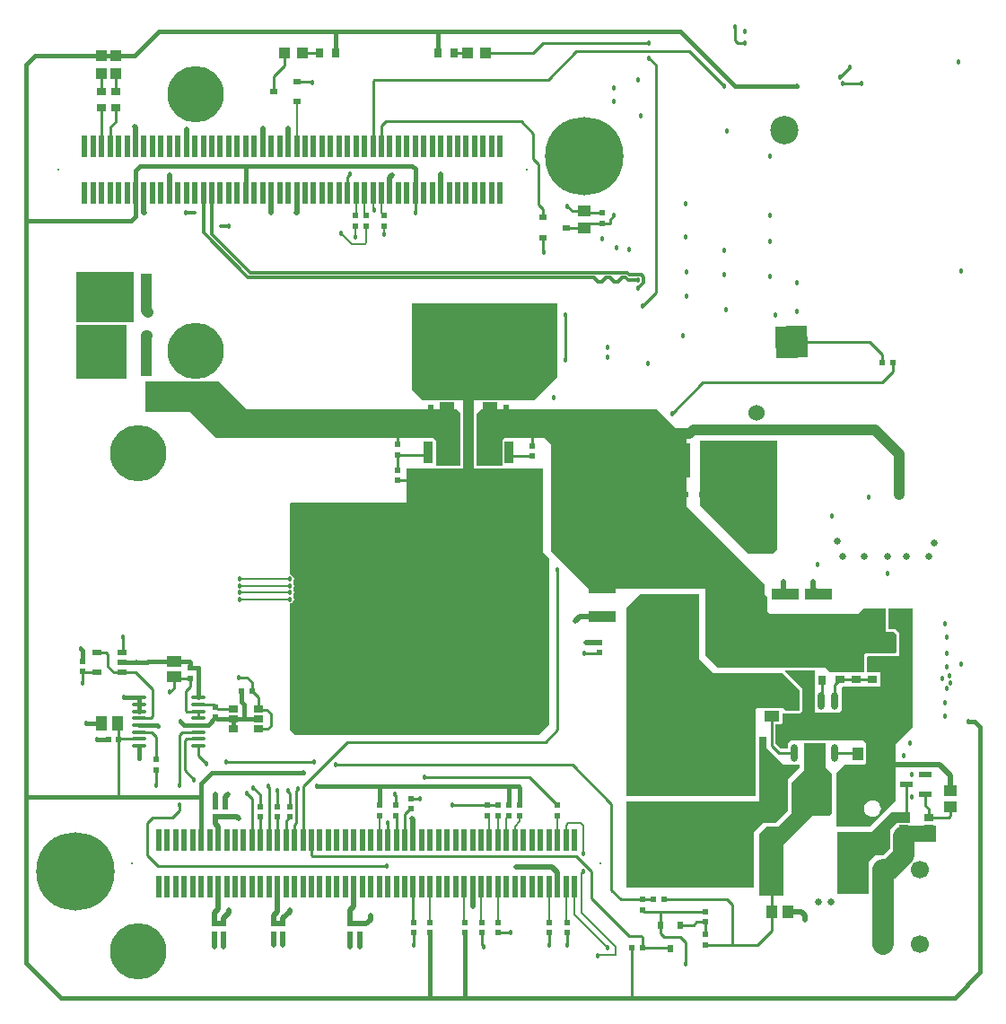
<source format=gtl>
G04 Layer_Physical_Order=1*
G04 Layer_Color=255*
%FSLAX25Y25*%
%MOIN*%
G70*
G01*
G75*
%ADD10R,0.01968X0.02362*%
%ADD11R,0.03543X0.02362*%
%ADD12R,0.02362X0.02362*%
%ADD13R,0.02362X0.02362*%
%ADD14R,0.02362X0.01968*%
%ADD15R,0.03543X0.02559*%
%ADD16R,0.04331X0.05512*%
%ADD17R,0.05512X0.04331*%
%ADD18O,0.05512X0.01378*%
%ADD19R,0.04331X0.10236*%
%ADD20R,0.07874X0.03347*%
%ADD21R,0.03543X0.02756*%
%ADD22R,0.03937X0.04331*%
%ADD23R,0.02953X0.02362*%
%ADD24R,0.04331X0.03937*%
%ADD25R,0.02756X0.03543*%
%ADD26R,0.05118X0.03937*%
%ADD27R,0.01417X0.00984*%
%ADD28R,0.04724X0.02362*%
%ADD29R,0.05118X0.22047*%
%ADD30R,0.03937X0.05118*%
%ADD31R,0.09016X0.09016*%
%ADD32O,0.02362X0.06693*%
%ADD33R,0.06300X0.16900*%
%ADD34R,0.43600X0.36600*%
%ADD35R,0.07087X0.14173*%
%ADD36R,0.03150X0.03543*%
%ADD37R,0.03543X0.03150*%
%ADD38R,0.10236X0.04331*%
%ADD39R,0.05709X0.02165*%
%ADD40R,0.06299X0.12992*%
%ADD41R,0.03543X0.07874*%
%ADD42R,0.39370X0.35433*%
%ADD43R,0.02362X0.02953*%
%ADD44R,0.01968X0.07874*%
%ADD45C,0.01500*%
%ADD46C,0.01000*%
%ADD47C,0.01960*%
%ADD48C,0.04000*%
%ADD49C,0.02000*%
%ADD50C,0.01300*%
%ADD51C,0.00700*%
%ADD52C,0.08000*%
%ADD53R,0.21500X0.18500*%
%ADD54R,0.19000X0.20000*%
%ADD55R,0.13500X0.06000*%
%ADD56P,0.16703X4X317.0*%
%ADD57C,0.10512*%
%ADD58R,0.06000X0.06000*%
%ADD59C,0.06000*%
%ADD60C,0.06693*%
%ADD61C,0.29134*%
%ADD62C,0.20866*%
%ADD63C,0.00787*%
%ADD64C,0.01800*%
%ADD65C,0.02600*%
G36*
X391500Y224000D02*
X398000Y217500D01*
X404000D01*
Y216500D01*
X399500Y212000D01*
Y200500D01*
X395000Y196000D01*
X390500D01*
X387000Y192500D01*
Y172000D01*
X339500D01*
Y204000D01*
X389000D01*
Y228000D01*
X391500D01*
Y224000D01*
D02*
G37*
G36*
X314000Y361500D02*
X305500Y353000D01*
X283000D01*
Y339500D01*
Y327500D01*
X308500D01*
Y296500D01*
X311000Y294000D01*
Y232500D01*
X307000Y228500D01*
X216500D01*
X214500Y230500D01*
Y277369D01*
X215124Y277493D01*
X215653Y277847D01*
X216007Y278376D01*
X216131Y279000D01*
X216007Y279624D01*
X215842Y279871D01*
X215692Y280250D01*
X215842Y280629D01*
X216007Y280876D01*
X216131Y281500D01*
X216007Y282124D01*
X215842Y282371D01*
X215692Y282750D01*
X215842Y283129D01*
X216007Y283376D01*
X216131Y284000D01*
X216007Y284624D01*
X215842Y284871D01*
X215692Y285250D01*
X215842Y285629D01*
X216007Y285876D01*
X216131Y286500D01*
X216007Y287124D01*
X215653Y287653D01*
X215124Y288007D01*
X214500Y288131D01*
Y314500D01*
X215000Y315000D01*
X258000D01*
Y327500D01*
X279000D01*
Y339500D01*
Y353000D01*
X264000D01*
X260000Y357000D01*
Y389000D01*
X314000D01*
Y361500D01*
D02*
G37*
G36*
X413500Y216500D02*
X416000Y214000D01*
Y199500D01*
X415000Y198500D01*
X408500D01*
X398000Y188000D01*
Y169000D01*
X389000D01*
Y192000D01*
X391500Y194500D01*
X396000D01*
X401000Y199500D01*
Y211000D01*
X405500Y215500D01*
Y225500D01*
X413500D01*
Y216500D01*
D02*
G37*
G36*
X445000Y196000D02*
X440000D01*
X437500Y193500D01*
Y186500D01*
X435000Y184000D01*
X432000D01*
X429500Y181500D01*
Y169500D01*
X418000D01*
Y192500D01*
X430500D01*
X438000Y200000D01*
X445000D01*
Y196000D01*
D02*
G37*
G36*
X446000Y231500D02*
X439500Y225000D01*
Y204000D01*
X430000Y194500D01*
X417500D01*
Y214500D01*
X420500Y217500D01*
X428000D01*
X428500Y218000D01*
Y225500D01*
X427500Y226500D01*
X400500D01*
X399500Y225500D01*
Y223500D01*
X397000D01*
X395000Y225500D01*
Y232500D01*
X397000D01*
X397500Y233000D01*
Y236500D01*
X404000D01*
X405000Y237500D01*
Y245500D01*
X398462Y252038D01*
X398653Y252500D01*
X409500D01*
Y237000D01*
X418500D01*
X419500Y238000D01*
Y246000D01*
X420000Y246500D01*
X434000D01*
Y252000D01*
X429000D01*
Y257500D01*
X429500Y258000D01*
X441000D01*
Y266500D01*
X439500Y268000D01*
X437000D01*
Y275500D01*
X446000D01*
Y231500D01*
D02*
G37*
G36*
X395500Y297500D02*
X394000Y296000D01*
X385000D01*
X367000Y314000D01*
Y338000D01*
X395500D01*
Y297500D01*
D02*
G37*
G36*
X198500Y349500D02*
X276500D01*
X278000Y348000D01*
Y328500D01*
X269000D01*
Y338000D01*
X268000Y339000D01*
X187000D01*
X177500Y348500D01*
X161000D01*
Y360000D01*
X188000D01*
X198500Y349500D01*
D02*
G37*
G36*
X362000Y338500D02*
Y313500D01*
X391000Y284500D01*
Y281000D01*
X392000Y280000D01*
Y274500D01*
X393000Y273500D01*
X425500D01*
X427500Y275500D01*
X436000D01*
Y267000D01*
X439000D01*
X440000Y266000D01*
Y259500D01*
X439500Y259000D01*
X428500D01*
X428000Y258500D01*
Y252000D01*
X415000D01*
X413500Y253500D01*
X373500D01*
X369000Y258000D01*
Y281000D01*
Y283000D01*
X325500D01*
X311500Y297000D01*
Y336500D01*
X309000Y339000D01*
X294500D01*
X293637Y338137D01*
X293528D01*
Y338028D01*
X293500Y338000D01*
Y328500D01*
X284000D01*
Y348000D01*
X285500Y349500D01*
X351000D01*
X362000Y338500D01*
D02*
G37*
G36*
X366500Y257000D02*
X372000Y251500D01*
X397500D01*
X404000Y245000D01*
Y238000D01*
X403500Y237500D01*
X399000D01*
X398000Y238500D01*
X388000D01*
X387500Y238000D01*
Y206000D01*
X339500D01*
Y276000D01*
X344500Y281000D01*
X366500D01*
Y257000D01*
D02*
G37*
%LPC*%
G36*
X430957Y204286D02*
X430157Y204180D01*
X429412Y203872D01*
X428773Y203381D01*
X428282Y202741D01*
X427973Y201996D01*
X427868Y201197D01*
X427973Y200397D01*
X428282Y199653D01*
X428773Y199013D01*
X429412Y198522D01*
X430157Y198214D01*
X430957Y198108D01*
X431756Y198214D01*
X432501Y198522D01*
X433141Y199013D01*
X433632Y199653D01*
X433940Y200397D01*
X434045Y201197D01*
X433940Y201996D01*
X433632Y202741D01*
X433141Y203381D01*
X432501Y203872D01*
X431756Y204180D01*
X430957Y204286D01*
D02*
G37*
%LPD*%
D10*
X137500Y255968D02*
D03*
Y252031D02*
D03*
X187000Y235032D02*
D03*
Y238968D02*
D03*
X177500Y253468D02*
D03*
Y249532D02*
D03*
X330500Y418532D02*
D03*
Y422469D02*
D03*
X190500Y198031D02*
D03*
Y201969D02*
D03*
X187000Y198031D02*
D03*
Y201969D02*
D03*
X186500Y158468D02*
D03*
Y154532D02*
D03*
X190000Y158468D02*
D03*
Y154532D02*
D03*
X208500Y158468D02*
D03*
Y154532D02*
D03*
X212000Y158468D02*
D03*
Y154532D02*
D03*
X237000Y158468D02*
D03*
Y154532D02*
D03*
X240500Y158468D02*
D03*
Y154532D02*
D03*
X329500Y259032D02*
D03*
Y262968D02*
D03*
X267000Y350031D02*
D03*
Y353969D02*
D03*
X295000Y350031D02*
D03*
Y353969D02*
D03*
D11*
X152224Y251760D02*
D03*
Y255500D02*
D03*
Y259240D02*
D03*
X142776D02*
D03*
Y251760D02*
D03*
D12*
X345500Y163531D02*
D03*
Y167469D02*
D03*
X165000Y219468D02*
D03*
Y215531D02*
D03*
X260500Y158968D02*
D03*
Y155032D02*
D03*
X259500Y204969D02*
D03*
Y201031D02*
D03*
X254000Y202468D02*
D03*
Y198531D02*
D03*
X317500Y155063D02*
D03*
Y159000D02*
D03*
X314000Y198531D02*
D03*
Y202468D02*
D03*
X311000Y155032D02*
D03*
Y158968D02*
D03*
X300000Y198531D02*
D03*
Y202468D02*
D03*
X292000Y155032D02*
D03*
Y158968D02*
D03*
X286000Y155032D02*
D03*
Y158968D02*
D03*
X279500Y155032D02*
D03*
Y158968D02*
D03*
X266500Y155032D02*
D03*
Y158968D02*
D03*
X292000Y198531D02*
D03*
Y202468D02*
D03*
X288000Y198531D02*
D03*
Y202468D02*
D03*
X296000Y198531D02*
D03*
Y202468D02*
D03*
X248000Y198531D02*
D03*
Y202468D02*
D03*
X214500Y198031D02*
D03*
Y201969D02*
D03*
X203500Y198031D02*
D03*
Y201969D02*
D03*
X210000Y198031D02*
D03*
Y201969D02*
D03*
X239000Y417500D02*
D03*
Y421437D02*
D03*
X243000Y417531D02*
D03*
Y421468D02*
D03*
X249500Y417531D02*
D03*
Y421468D02*
D03*
X254500Y336469D02*
D03*
Y332531D02*
D03*
Y326969D02*
D03*
Y323031D02*
D03*
X304500Y335968D02*
D03*
Y332031D02*
D03*
X369000Y150563D02*
D03*
Y154500D02*
D03*
Y159031D02*
D03*
Y162969D02*
D03*
D13*
X349532Y167500D02*
D03*
X353468D02*
D03*
X438469Y367000D02*
D03*
X434531D02*
D03*
X341531Y149500D02*
D03*
X345468D02*
D03*
D14*
X196531Y245000D02*
D03*
X200468D02*
D03*
X147031Y227000D02*
D03*
X150969D02*
D03*
X434031Y273500D02*
D03*
X437968D02*
D03*
X434063Y269500D02*
D03*
X438000D02*
D03*
D15*
X193500Y238240D02*
D03*
Y234500D02*
D03*
Y230760D02*
D03*
X202949D02*
D03*
Y234500D02*
D03*
Y238240D02*
D03*
X442551Y190260D02*
D03*
Y194000D02*
D03*
Y197740D02*
D03*
X452000D02*
D03*
Y194000D02*
D03*
Y190260D02*
D03*
D16*
X144547Y233000D02*
D03*
X150453D02*
D03*
D17*
X171500Y255953D02*
D03*
Y250047D02*
D03*
X393500Y241453D02*
D03*
Y235547D02*
D03*
X273000Y350047D02*
D03*
Y355953D02*
D03*
X289000Y350047D02*
D03*
Y355953D02*
D03*
D18*
X158476Y242457D02*
D03*
Y239898D02*
D03*
Y237339D02*
D03*
Y234780D02*
D03*
Y232221D02*
D03*
Y229661D02*
D03*
Y227102D02*
D03*
Y224543D02*
D03*
X180524Y242457D02*
D03*
Y239898D02*
D03*
Y237339D02*
D03*
Y234780D02*
D03*
Y232221D02*
D03*
Y229661D02*
D03*
Y227102D02*
D03*
Y224543D02*
D03*
D19*
X161315Y395000D02*
D03*
X150685D02*
D03*
X161315Y367000D02*
D03*
X150685D02*
D03*
X395685Y206500D02*
D03*
X406315D02*
D03*
X423815Y206500D02*
D03*
X413185D02*
D03*
D20*
X147500Y378252D02*
D03*
Y384748D02*
D03*
D21*
X144500Y467453D02*
D03*
Y461547D02*
D03*
X150000Y467453D02*
D03*
Y461547D02*
D03*
X419000Y254953D02*
D03*
Y249047D02*
D03*
X431000Y249047D02*
D03*
Y254953D02*
D03*
D22*
X144500Y474154D02*
D03*
Y480847D02*
D03*
X150000Y474154D02*
D03*
Y480847D02*
D03*
D23*
X217331Y463760D02*
D03*
Y471240D02*
D03*
X208669Y467500D02*
D03*
X308669Y420740D02*
D03*
Y413260D02*
D03*
X317331Y417000D02*
D03*
D24*
X212653Y482000D02*
D03*
X219346D02*
D03*
X287347D02*
D03*
X280654D02*
D03*
D25*
X225547Y482000D02*
D03*
X231453D02*
D03*
X275453Y482000D02*
D03*
X269547D02*
D03*
D26*
X324000Y423150D02*
D03*
Y416850D02*
D03*
X460000Y208000D02*
D03*
Y201701D02*
D03*
D27*
X188800Y417500D02*
D03*
X185493D02*
D03*
X179063Y422500D02*
D03*
X182370D02*
D03*
D28*
X443413Y210260D02*
D03*
X450500Y214000D02*
D03*
Y206520D02*
D03*
D29*
X393047Y181000D02*
D03*
X421000D02*
D03*
D30*
X399650Y163000D02*
D03*
X393350D02*
D03*
X431650Y221500D02*
D03*
X425350D02*
D03*
X443150Y263000D02*
D03*
X436850D02*
D03*
D31*
X409500Y231500D02*
D03*
D32*
X402000Y221854D02*
D03*
X407000D02*
D03*
X412000D02*
D03*
X417000D02*
D03*
X402000Y241146D02*
D03*
X407000D02*
D03*
X412000D02*
D03*
X417000D02*
D03*
D33*
X353000Y188287D02*
D03*
X373000D02*
D03*
D34*
X363000Y226870D02*
D03*
D35*
X353500Y270500D02*
D03*
X385390D02*
D03*
D36*
X412256Y249000D02*
D03*
X406744D02*
D03*
D37*
X425000Y254756D02*
D03*
Y249244D02*
D03*
D38*
X398500Y280815D02*
D03*
Y270185D02*
D03*
X411000Y280815D02*
D03*
Y270185D02*
D03*
X330500Y272685D02*
D03*
Y283315D02*
D03*
D39*
X359874Y318000D02*
D03*
X369126D02*
D03*
D40*
X381500Y330500D02*
D03*
X360240D02*
D03*
D41*
X296000Y333500D02*
D03*
X291000D02*
D03*
X286000D02*
D03*
X281000D02*
D03*
X276000D02*
D03*
X271000D02*
D03*
X266000D02*
D03*
D42*
X281000Y307909D02*
D03*
D43*
X359500Y158000D02*
D03*
X352020D02*
D03*
X355760Y149339D02*
D03*
D44*
X138276Y447142D02*
D03*
X141425D02*
D03*
X144575D02*
D03*
X147724D02*
D03*
X150874D02*
D03*
X166622D02*
D03*
X163472D02*
D03*
X160323D02*
D03*
X157173D02*
D03*
X154024D02*
D03*
X185520D02*
D03*
X188669D02*
D03*
X191819D02*
D03*
X194969D02*
D03*
X198118D02*
D03*
X182370D02*
D03*
X179220D02*
D03*
X176071D02*
D03*
X172921D02*
D03*
X169772D02*
D03*
X217016D02*
D03*
X220165D02*
D03*
X223315D02*
D03*
X226465D02*
D03*
X229614D02*
D03*
X213866D02*
D03*
X210717D02*
D03*
X207567D02*
D03*
X204417D02*
D03*
X201268D02*
D03*
X248512D02*
D03*
X251661D02*
D03*
X254811D02*
D03*
X257961D02*
D03*
X261110D02*
D03*
X245362D02*
D03*
X242213D02*
D03*
X239063D02*
D03*
X235913D02*
D03*
X232764D02*
D03*
X280008D02*
D03*
X283157D02*
D03*
X286307D02*
D03*
X289457D02*
D03*
X292606D02*
D03*
X276858D02*
D03*
X273709D02*
D03*
X270559D02*
D03*
X267409D02*
D03*
X264260D02*
D03*
Y429819D02*
D03*
X267409D02*
D03*
X270559D02*
D03*
X273709D02*
D03*
X276858D02*
D03*
X292606D02*
D03*
X289457D02*
D03*
X286307D02*
D03*
X283157D02*
D03*
X280008D02*
D03*
X232764D02*
D03*
X235913D02*
D03*
X239063D02*
D03*
X242213D02*
D03*
X245362D02*
D03*
X261110D02*
D03*
X257961D02*
D03*
X254811D02*
D03*
X251661D02*
D03*
X248512D02*
D03*
X201268D02*
D03*
X204417D02*
D03*
X207567D02*
D03*
X210717D02*
D03*
X213866D02*
D03*
X229614D02*
D03*
X226465D02*
D03*
X223315D02*
D03*
X220165D02*
D03*
X217016D02*
D03*
X169772D02*
D03*
X172921D02*
D03*
X176071D02*
D03*
X179220D02*
D03*
X182370D02*
D03*
X198118D02*
D03*
X194969D02*
D03*
X191819D02*
D03*
X188669D02*
D03*
X185520D02*
D03*
X154024D02*
D03*
X157173D02*
D03*
X160323D02*
D03*
X163472D02*
D03*
X166622D02*
D03*
X150874D02*
D03*
X147724D02*
D03*
X144575D02*
D03*
X141425D02*
D03*
X138276D02*
D03*
X165835Y172339D02*
D03*
X168984D02*
D03*
X172134D02*
D03*
X175284D02*
D03*
X178433D02*
D03*
X194181D02*
D03*
X191032D02*
D03*
X187882D02*
D03*
X184732D02*
D03*
X181583D02*
D03*
X213079D02*
D03*
X216228D02*
D03*
X219378D02*
D03*
X222528D02*
D03*
X225677D02*
D03*
X209929D02*
D03*
X206780D02*
D03*
X203630D02*
D03*
X200480D02*
D03*
X197331D02*
D03*
X244575D02*
D03*
X247724D02*
D03*
X250874D02*
D03*
X254024D02*
D03*
X257173D02*
D03*
X241425D02*
D03*
X238276D02*
D03*
X235126D02*
D03*
X231976D02*
D03*
X228827D02*
D03*
X276071D02*
D03*
X279221D02*
D03*
X282370D02*
D03*
X285520D02*
D03*
X288669D02*
D03*
X272921D02*
D03*
X269772D02*
D03*
X266622D02*
D03*
X263472D02*
D03*
X260323D02*
D03*
X307567D02*
D03*
X310717D02*
D03*
X313866D02*
D03*
X317016D02*
D03*
X320165D02*
D03*
X304417D02*
D03*
X301268D02*
D03*
X298118D02*
D03*
X294969D02*
D03*
X291819D02*
D03*
Y189661D02*
D03*
X294969D02*
D03*
X298118D02*
D03*
X301268D02*
D03*
X304417D02*
D03*
X320165D02*
D03*
X317016D02*
D03*
X313866D02*
D03*
X310717D02*
D03*
X307567D02*
D03*
X260323D02*
D03*
X263472D02*
D03*
X266622D02*
D03*
X269772D02*
D03*
X272921D02*
D03*
X288669D02*
D03*
X285520D02*
D03*
X282370D02*
D03*
X279221D02*
D03*
X276071D02*
D03*
X228827D02*
D03*
X231976D02*
D03*
X235126D02*
D03*
X238276D02*
D03*
X241425D02*
D03*
X257173D02*
D03*
X254024D02*
D03*
X250874D02*
D03*
X247724D02*
D03*
X244575D02*
D03*
X197331D02*
D03*
X200480D02*
D03*
X203630D02*
D03*
X206780D02*
D03*
X209929D02*
D03*
X225677D02*
D03*
X222528D02*
D03*
X219378D02*
D03*
X216228D02*
D03*
X213079D02*
D03*
X181583D02*
D03*
X184732D02*
D03*
X187882D02*
D03*
X191032D02*
D03*
X194181D02*
D03*
X178433D02*
D03*
X175284D02*
D03*
X172134D02*
D03*
X168984D02*
D03*
X165835D02*
D03*
D45*
X158476Y220024D02*
X158500Y220000D01*
X158476Y220024D02*
Y224543D01*
X137000Y260500D02*
X137500Y260000D01*
Y255968D02*
Y260000D01*
X152224Y255500D02*
X161500D01*
X161953Y255953D01*
X171500D01*
X177047D01*
X177500Y255500D01*
Y253468D02*
Y255500D01*
Y253468D02*
X177508Y253476D01*
X180524D01*
Y242457D02*
Y253476D01*
X174000Y233500D02*
X175279Y232221D01*
X180524D01*
X184189D02*
X187000Y235032D01*
X180524Y232221D02*
X184189D01*
X187000Y235032D02*
X187531Y234500D01*
X193500D01*
X197500D02*
X202949D01*
X193500D02*
X197500D01*
Y240000D01*
X196531Y240968D02*
X197500Y240000D01*
X196531Y240968D02*
Y245000D01*
X193500Y230760D02*
Y234500D01*
X139000Y233000D02*
X139000Y233000D01*
X144547D01*
X143000Y227000D02*
X143000Y227000D01*
X147031D01*
X153000Y242500D02*
X153043Y242457D01*
X158476D01*
Y239898D02*
Y242457D01*
Y237339D02*
Y239898D01*
X165279Y232221D02*
X165500Y232000D01*
X158476Y232221D02*
X165279D01*
X151000Y205500D02*
X181583D01*
X116500D02*
X151000D01*
X341500Y131000D02*
X461500D01*
X279500D02*
X341500D01*
X266000D02*
X279500D01*
Y155032D01*
X129500Y131000D02*
X266000D01*
X266500Y131500D01*
Y155032D01*
X248000Y209500D02*
X295500D01*
X224500D02*
X248000D01*
Y202468D02*
Y209500D01*
X295500D02*
X299500D01*
X295500D02*
X296000Y209000D01*
Y202468D02*
Y209000D01*
X300000Y202468D02*
Y209000D01*
X299500Y209500D02*
X300000Y209000D01*
X185500Y214500D02*
X219500D01*
X181583Y210583D02*
X185500Y214500D01*
X181583Y205500D02*
Y210583D01*
Y189661D02*
Y205500D01*
X461500Y131000D02*
X471000Y140500D01*
X466500Y233500D02*
X469000D01*
X471000Y231500D01*
Y140500D02*
Y231500D01*
X116500Y144000D02*
X129500Y131000D01*
X116500Y144000D02*
Y205500D01*
Y419500D01*
X156846Y480847D02*
X165953Y489953D01*
X231453Y482000D02*
Y489000D01*
X380000Y469500D02*
X403000D01*
X359547Y489953D02*
X380000Y469500D01*
X269547Y489953D02*
X359547D01*
X269547Y482000D02*
Y489953D01*
X165953D02*
X269547D01*
X150000Y480847D02*
X156846D01*
X198000Y440000D02*
X260000D01*
X159000D02*
X198000D01*
X198118Y439882D01*
Y429819D02*
Y439882D01*
X157173Y429819D02*
Y438173D01*
X159000Y440000D01*
X260000D02*
X261110Y438890D01*
Y429819D02*
Y438890D01*
X144500Y480847D02*
X150000D01*
X119846D02*
X144500D01*
X116500Y477500D02*
X119846Y480847D01*
X116500Y419500D02*
Y477500D01*
Y419500D02*
X155500D01*
X157173Y421173D01*
Y429819D01*
D46*
X137500Y252031D02*
X137772Y251760D01*
X137500Y252031D02*
X137500Y252031D01*
Y248000D02*
Y252031D01*
X137772Y251760D02*
X142776D01*
X170000Y244500D02*
X171500Y246000D01*
Y250047D01*
X172016Y249532D01*
X177500D01*
Y246500D02*
Y249532D01*
X176000Y245000D02*
X177500Y246500D01*
X176000Y237500D02*
Y245000D01*
Y237500D02*
X176161Y237339D01*
X180524D01*
Y234780D02*
Y237339D01*
X203189Y238000D02*
X206000D01*
X207500Y236500D01*
Y232000D02*
Y236500D01*
X195500Y250000D02*
X198500D01*
X200468Y248031D01*
Y245000D02*
Y248031D01*
Y245000D02*
X202949Y242520D01*
Y238240D02*
Y242520D01*
Y238240D02*
X203189Y238000D01*
X206260Y230760D02*
X207500Y232000D01*
X202949Y230760D02*
X206260D01*
X180524Y239898D02*
X186071D01*
X187000Y238968D01*
X187728Y238240D01*
X193500D01*
X163500Y235500D02*
Y245500D01*
X157240Y251760D02*
X163500Y245500D01*
X152224Y251760D02*
X157240D01*
X150969Y205532D02*
X151000Y205500D01*
X150969Y205532D02*
Y227000D01*
X150453Y233000D02*
X150969Y232484D01*
Y227000D02*
Y232484D01*
Y227000D02*
X151071Y227102D01*
X158476D01*
Y234780D02*
X162779D01*
X163500Y235500D01*
X142776Y259240D02*
X146260D01*
X147000Y258500D01*
Y254000D02*
Y258500D01*
Y254000D02*
X149240Y251760D01*
X152224D01*
Y259240D02*
X152500Y259516D01*
Y265000D01*
X191000Y218500D02*
X223500D01*
X231500Y217500D02*
X319500D01*
X219600Y189883D02*
Y209600D01*
X236000Y226000D01*
X309500D01*
X319500Y217500D02*
X334000Y203000D01*
Y171000D02*
Y203000D01*
Y171000D02*
X337531Y167469D01*
X345500D01*
X180524Y220976D02*
Y224543D01*
Y220976D02*
X183500Y218000D01*
X206500Y209500D02*
X206780Y209221D01*
X210000Y201969D02*
Y208000D01*
X262968Y204969D02*
X263000Y205000D01*
X259500Y204969D02*
X262968D01*
X176102Y227102D02*
X180524D01*
X175500Y226500D02*
X176102Y227102D01*
X175500Y215500D02*
Y226500D01*
Y215500D02*
X179000Y212000D01*
X253500Y206500D02*
X254000Y206000D01*
Y202468D02*
Y206000D01*
X174661Y229661D02*
X180524D01*
X173500Y228500D02*
X174661Y229661D01*
X173500Y210000D02*
Y228500D01*
Y200500D02*
Y202500D01*
X171000Y198000D02*
X173500Y200500D01*
X163500Y198000D02*
X171000D01*
X161500Y196000D02*
X163500Y198000D01*
X161500Y184000D02*
Y196000D01*
Y184000D02*
X165500Y180000D01*
X250500D01*
X260500Y150500D02*
Y155032D01*
X158476Y229661D02*
X163339D01*
X165000Y228000D01*
Y219468D02*
Y228000D01*
Y210000D02*
Y215531D01*
X250874Y195874D02*
X251000Y196000D01*
X250874Y189661D02*
Y195874D01*
X254000Y198531D02*
X254024Y198508D01*
Y189661D02*
Y198508D01*
X259032Y201031D02*
X259500D01*
X257173Y199173D02*
X259032Y201031D01*
X257173Y189661D02*
Y199173D01*
X260323Y159146D02*
X260500Y158968D01*
X260323Y159146D02*
Y172339D01*
X345500Y163531D02*
X346063Y162969D01*
X352020D01*
X369000D01*
X352020Y158000D02*
Y162969D01*
X345500Y167469D02*
X345532Y167500D01*
X349532D01*
X379000Y150563D02*
X388063D01*
X369000D02*
X379000D01*
X353468Y167500D02*
X377000D01*
X379000Y165500D01*
Y150563D02*
Y165500D01*
X443400Y204630D02*
Y210246D01*
X443413Y210260D01*
X443400Y204630D02*
X443413Y204617D01*
Y198602D02*
Y204617D01*
X380000Y486500D02*
Y491500D01*
X254500Y323031D02*
X260968D01*
X314000Y230500D02*
Y290000D01*
X309500Y226000D02*
X314000Y230500D01*
X222760Y471240D02*
X223000Y471000D01*
X217331Y471240D02*
X222760D01*
X264500Y213000D02*
X264516Y212984D01*
X303484D01*
X314000Y202468D01*
X288000D02*
X292000D01*
X274969D02*
X288000D01*
X274969D02*
X275000Y202500D01*
X286000Y150500D02*
X286500Y150000D01*
X286000Y150500D02*
Y155032D01*
X296468D02*
X296500Y155063D01*
X292000Y155032D02*
X296468D01*
X311000Y150500D02*
Y155032D01*
X317500Y150500D02*
Y155063D01*
X361500Y143500D02*
Y151500D01*
X359500Y153500D02*
X361500Y151500D01*
X353500Y153500D02*
X359500D01*
X352020Y154980D02*
X353500Y153500D01*
X352020Y154980D02*
Y158000D01*
X317500Y425000D02*
X319350Y423150D01*
X324000D01*
X324681Y422469D01*
X330500D01*
X308669Y408331D02*
X309000Y408000D01*
X308669Y408331D02*
Y413260D01*
X341500Y131000D02*
X341531Y131032D01*
Y149500D01*
X324000Y259000D02*
X329468D01*
X329500Y259032D01*
X261110Y422610D02*
Y429819D01*
X381000Y485500D02*
X383500D01*
X380000Y486500D02*
X381000Y485500D01*
X254500Y332531D02*
Y332531D01*
Y326969D02*
Y332531D01*
Y336469D02*
Y341500D01*
X265032Y332531D02*
X266000Y333500D01*
X254500Y332531D02*
X265032D01*
X254500Y332531D02*
X254500Y332531D01*
X317000Y368000D02*
Y384500D01*
X235913Y435913D02*
X237000Y437000D01*
X235913Y429819D02*
Y435913D01*
X326500Y168000D02*
Y177970D01*
X223000Y183500D02*
X320970D01*
X326500Y177970D01*
X219378Y189661D02*
X219600Y189883D01*
X356500Y348000D02*
X368000Y359500D01*
X434500D01*
X438469Y363469D01*
Y367000D01*
X434531D02*
Y369969D01*
X430000Y374500D02*
X434531Y369969D01*
X401000Y374500D02*
X430000D01*
X296000Y333500D02*
X297468Y332031D01*
X304500D01*
X304000Y341500D02*
X304500Y341000D01*
Y335968D02*
Y341000D01*
X308669Y420740D02*
Y423831D01*
X307000Y425500D02*
X308669Y423831D01*
X307000Y425500D02*
Y440500D01*
X305000Y442500D02*
X307000Y440500D01*
X305000Y442500D02*
Y452000D01*
X300500Y456500D02*
X305000Y452000D01*
X250024Y456500D02*
X300500D01*
X248512Y454988D02*
X250024Y456500D01*
X248512Y447142D02*
Y454988D01*
X393350Y155850D02*
Y163000D01*
X388063Y150563D02*
X393350Y155850D01*
X369000Y154500D02*
Y159031D01*
X365531D02*
X369000D01*
X364500Y158000D02*
X365531Y159031D01*
X359500Y158000D02*
X364500D01*
X355598Y149500D02*
X355760Y149339D01*
X345468Y149500D02*
X355598D01*
X345468D02*
Y153532D01*
X345000Y154000D02*
X345468Y153532D01*
X340500Y154000D02*
X345000D01*
X326500Y168000D02*
X340500Y154000D01*
X222528Y183973D02*
X223000Y183500D01*
X222528Y183973D02*
Y189661D01*
X217000Y208000D02*
X217500Y208500D01*
X217000Y196000D02*
Y208000D01*
X216228Y195228D02*
X217000Y196000D01*
X216228Y189661D02*
Y195228D01*
X214000Y207500D02*
Y208000D01*
Y207500D02*
X214500Y207000D01*
Y201969D02*
Y207000D01*
X213079Y196610D02*
X214500Y198031D01*
X213079Y189661D02*
Y196610D01*
X209929Y197961D02*
X210000Y198031D01*
X209929Y189661D02*
Y197961D01*
X206780Y189661D02*
Y209221D01*
X201000Y209000D02*
X203500Y206500D01*
Y201969D02*
Y206500D01*
Y198031D02*
X203630Y197902D01*
Y189661D02*
Y197902D01*
X200480Y189661D02*
Y205020D01*
X198500Y207000D02*
X200480Y205020D01*
X317331Y417000D02*
X317480Y416850D01*
X324000D01*
X325681Y418532D01*
X330500D01*
X330532Y418500D01*
X333500D01*
Y420000D01*
X335000Y421500D01*
X275453Y482000D02*
X275453Y482000D01*
X280654D01*
X287347D02*
X305000D01*
X308500Y485500D01*
X348000D01*
Y480000D02*
X350500Y477500D01*
Y393000D02*
Y477500D01*
X345500Y388000D02*
X350500Y393000D01*
X245362Y471362D02*
X246000Y472000D01*
X245362Y447142D02*
Y471362D01*
X246000Y472000D02*
X310500D01*
X321000Y482500D01*
X363000D01*
X376000Y469500D01*
X419000Y473000D02*
X422500Y476500D01*
X420000Y470500D02*
X427000D01*
X393047Y181000D02*
X393350Y180697D01*
Y163000D02*
Y180697D01*
X424996Y221854D02*
X425350Y221500D01*
X417000Y221854D02*
X424996D01*
X430803Y249244D02*
X431000Y249047D01*
X425000Y249244D02*
X430803D01*
X424803Y249047D02*
X425000Y249244D01*
X419000Y249047D02*
X424803D01*
X417000Y247047D02*
X419000Y249047D01*
X417000Y241146D02*
Y247047D01*
X412000Y241146D02*
X412256Y241402D01*
Y249000D01*
X396146Y221854D02*
X402000D01*
X393500Y224500D02*
X396146Y221854D01*
X393500Y224500D02*
Y235547D01*
X450500Y202500D02*
Y206520D01*
Y202500D02*
X452000Y201000D01*
Y197740D02*
Y201000D01*
X460000Y198500D02*
Y201701D01*
X459240Y197740D02*
X460000Y198500D01*
X452000Y197740D02*
X459240D01*
X442551D02*
X443413Y198602D01*
X208669Y467500D02*
Y473169D01*
X212653Y477153D01*
Y482000D01*
X219346D02*
X225547D01*
X225547Y482000D01*
X147724Y447142D02*
Y454224D01*
X150000Y456500D01*
Y461547D01*
Y467453D02*
Y474154D01*
X150000Y474154D01*
X144575Y447142D02*
Y461472D01*
X144500Y461547D02*
X144575Y461472D01*
X144500Y467453D02*
Y474154D01*
X144500Y474154D01*
D47*
X260323Y189661D02*
Y197177D01*
X260000Y197500D02*
X260323Y197177D01*
X298500Y179500D02*
X312000D01*
X313866Y177634D01*
Y172339D02*
Y177634D01*
X282370Y165130D02*
X282500Y165000D01*
X282370Y165130D02*
Y172339D01*
X160323Y422677D02*
X160500Y422500D01*
X160323Y422677D02*
Y429819D01*
X169772Y436272D02*
X170000Y436500D01*
X169772Y429819D02*
Y436272D01*
X207500Y422500D02*
X207567Y422567D01*
Y429819D01*
X217000Y422500D02*
X217016Y422516D01*
Y429819D01*
X251661Y435662D02*
X252500Y436500D01*
X251661Y429819D02*
Y435662D01*
X270500Y437000D02*
X270559Y436941D01*
Y429819D02*
Y436941D01*
X213866Y447142D02*
Y453866D01*
X204417Y453917D02*
X204500Y454000D01*
X204417Y447142D02*
Y453917D01*
X176071Y447142D02*
Y453429D01*
X157000Y454500D02*
X157173Y454327D01*
Y447142D02*
Y454327D01*
X194968Y198031D02*
X195500Y197500D01*
X190500Y198031D02*
X194968D01*
X192000Y162500D02*
Y163500D01*
X190000Y160500D02*
X192000Y162500D01*
X190000Y158468D02*
Y160500D01*
X214500Y163000D02*
Y163500D01*
X212000Y160500D02*
X214500Y163000D01*
X212000Y158468D02*
Y160500D01*
X244500Y160000D02*
Y161500D01*
X242969Y158468D02*
X244500Y160000D01*
X240500Y158468D02*
X242969D01*
X237000D02*
X240500D01*
X237000D02*
Y163500D01*
X238276Y164776D01*
Y172339D01*
X208500Y158468D02*
X212000D01*
X208500D02*
Y161500D01*
X209929Y162929D01*
Y172339D01*
X186500Y158468D02*
X190000D01*
X186500D02*
Y162500D01*
X187882Y163882D01*
Y172339D01*
X187000Y198031D02*
X190500D01*
X187000Y195500D02*
Y198031D01*
Y195500D02*
X187882Y194618D01*
Y189661D02*
Y194618D01*
D48*
X364500Y342000D02*
X432000D01*
X363000Y340500D02*
X364500Y342000D01*
X356500Y340500D02*
X363000D01*
X161315Y386185D02*
X162000Y385500D01*
X161315Y386185D02*
Y395000D01*
Y376815D02*
X161500Y377000D01*
X161315Y367000D02*
Y376815D01*
X441000Y318000D02*
Y333000D01*
X432000Y342000D02*
X441000Y333000D01*
D49*
X324500Y263000D02*
X324532Y262968D01*
X329500D01*
X320500Y271000D02*
X322185Y272685D01*
X330500D01*
X409000Y282815D02*
X411000Y280815D01*
X409000Y282815D02*
Y285500D01*
X398000Y281315D02*
Y285500D01*
Y281315D02*
X398500Y280815D01*
X437500Y217500D02*
X456000D01*
X460000Y213500D01*
Y208000D02*
Y213500D01*
X406000Y160000D02*
Y161500D01*
X404500Y163000D02*
X406000Y161500D01*
X399650Y163000D02*
X404500D01*
X240500Y150000D02*
Y154532D01*
X237000Y150000D02*
X237000Y150000D01*
Y154532D01*
X212000Y150500D02*
X212000Y150500D01*
Y154532D01*
X208500Y150500D02*
X208500Y150500D01*
Y154532D01*
X190000Y150000D02*
X190000Y150000D01*
Y154532D01*
X186500Y150000D02*
X186500Y150000D01*
Y154532D01*
X187000Y206500D02*
X187000Y206500D01*
X187000Y201969D02*
Y206500D01*
X190500Y205500D02*
X191500Y206500D01*
X190500Y201969D02*
Y205500D01*
D50*
X176000Y422500D02*
X179063D01*
X188800Y417500D02*
X192000D01*
X338000Y398500D02*
X339096D01*
X338000D02*
X338048D01*
X336500Y397000D02*
X338000Y398500D01*
X335000Y397000D02*
X336500D01*
X333500Y398500D02*
X335000Y397000D01*
X339096Y398500D02*
X340096Y397500D01*
X332000Y398500D02*
X333500D01*
X330500Y397000D02*
X332000Y398500D01*
X329000Y397000D02*
X330500D01*
X327500Y398500D02*
X329000Y397000D01*
X199000Y398500D02*
X327500D01*
X340096Y397500D02*
X344000D01*
X339800Y400200D02*
X340550Y399450D01*
X344000Y394500D02*
X345950Y396450D01*
Y398550D01*
X345050Y399450D02*
X345950Y398550D01*
X340550Y399450D02*
X345050D01*
X199704Y400200D02*
X339800D01*
X185520Y414384D02*
X199704Y400200D01*
X185520Y414384D02*
Y429819D01*
X182370Y415130D02*
X199000Y398500D01*
X182370Y415130D02*
Y429819D01*
D51*
X242500Y411000D02*
X243000Y411500D01*
Y417531D01*
X237500Y411000D02*
X242500D01*
X233500Y415000D02*
X237500Y411000D01*
X196000Y279000D02*
X214500D01*
X245362Y424138D02*
Y429819D01*
Y424138D02*
X246000Y423500D01*
X196000Y281500D02*
X214500D01*
X249500Y414500D02*
Y417531D01*
X196000Y284000D02*
X214500D01*
X239000Y413500D02*
Y417500D01*
X196000Y286500D02*
X214500D01*
X317016Y189661D02*
Y195016D01*
X318000Y196000D01*
X322500D01*
X323500Y195000D01*
Y184500D02*
Y195000D01*
X323000Y177500D02*
X323500Y178000D01*
X323000Y162500D02*
Y177500D01*
Y162500D02*
X335500Y150000D01*
Y147000D02*
Y150000D01*
X329500Y147000D02*
X335500D01*
X329000Y146500D02*
X329500Y147000D01*
X320165Y161835D02*
Y172339D01*
Y161835D02*
X332500Y149500D01*
X247724Y189661D02*
Y198256D01*
X248000Y198531D01*
X288669Y189661D02*
Y197862D01*
X288000Y198531D02*
X288669Y197862D01*
X291819Y189661D02*
Y198350D01*
X292000Y198531D01*
X294969Y189661D02*
Y197500D01*
X296000Y198531D01*
X298118Y189661D02*
Y194618D01*
X300000Y196500D01*
Y198531D01*
X313866Y189661D02*
Y198398D01*
X314000Y198531D01*
X310717Y159252D02*
Y172339D01*
Y159252D02*
X311000Y158968D01*
X317016Y159484D02*
Y172339D01*
Y159484D02*
X317500Y159000D01*
X291819Y159150D02*
Y172339D01*
Y159150D02*
X292000Y158968D01*
X285520Y159449D02*
Y172339D01*
Y159449D02*
X286000Y158968D01*
X279221Y159248D02*
Y172339D01*
Y159248D02*
X279500Y158968D01*
X266622Y159090D02*
Y172339D01*
X266500Y158968D02*
X266622Y159090D01*
X239063Y421500D02*
Y429819D01*
X239000Y421437D02*
X239063Y421500D01*
X242213Y422256D02*
Y429819D01*
Y422256D02*
X243000Y421468D01*
X248512Y422457D02*
Y429819D01*
Y422457D02*
X249500Y421468D01*
X217016Y447142D02*
Y463445D01*
X217331Y463760D01*
D52*
X442551Y183990D02*
Y191000D01*
X437121Y178559D02*
X442551Y183990D01*
X434721Y178559D02*
X437121D01*
X434721Y151000D02*
Y178559D01*
D53*
X145750Y391250D02*
D03*
D54*
X144500Y371000D02*
D03*
D55*
X447750Y192000D02*
D03*
D56*
X401000Y374500D02*
D03*
D57*
X398252Y453192D02*
D03*
D58*
X388000Y301000D02*
D03*
D59*
Y348244D02*
D03*
D60*
X448500Y151000D02*
D03*
X434721D02*
D03*
X448500Y178559D02*
D03*
X434721D02*
D03*
D61*
X323709Y443598D02*
D03*
X134732Y177850D02*
D03*
D62*
X179469Y371319D02*
D03*
X158122Y333087D02*
D03*
X179469Y466595D02*
D03*
X158122Y148047D02*
D03*
D63*
X128433Y438480D02*
D03*
X302449D02*
D03*
X330008Y181000D02*
D03*
X155992D02*
D03*
D64*
X158500Y220000D02*
D03*
X137000Y260500D02*
D03*
X137500Y248000D02*
D03*
X157500Y255500D02*
D03*
X170000Y244500D02*
D03*
X195500Y250000D02*
D03*
X174000Y233500D02*
D03*
X139000Y233000D02*
D03*
X143000Y227000D02*
D03*
X153000Y242500D02*
D03*
X165500Y232000D02*
D03*
X152500Y265000D02*
D03*
X191000Y218500D02*
D03*
X223500D02*
D03*
X231500Y217500D02*
D03*
X183500Y218000D02*
D03*
X206500Y209500D02*
D03*
X210000Y208000D02*
D03*
X263000Y205000D02*
D03*
X179000Y212000D02*
D03*
X253500Y206500D02*
D03*
X173500Y210000D02*
D03*
Y202500D02*
D03*
X250500Y180000D02*
D03*
X260500Y150500D02*
D03*
X165000Y210000D02*
D03*
X251000Y196000D02*
D03*
X312500Y354000D02*
D03*
X445000Y225500D02*
D03*
X464000Y255000D02*
D03*
X458000Y270000D02*
D03*
X458500Y265000D02*
D03*
Y259000D02*
D03*
Y254000D02*
D03*
X459500Y250500D02*
D03*
X457000Y249500D02*
D03*
X460000Y248000D02*
D03*
X458500Y246000D02*
D03*
X458000Y240500D02*
D03*
Y235500D02*
D03*
X445500Y214000D02*
D03*
Y205500D02*
D03*
X442500Y221000D02*
D03*
X410500Y292000D02*
D03*
X436500Y288500D02*
D03*
X429500Y317000D02*
D03*
X416000Y310000D02*
D03*
X464000Y401000D02*
D03*
X463000Y478500D02*
D03*
X330500Y413000D02*
D03*
X336000Y409500D02*
D03*
X361500Y413500D02*
D03*
Y426000D02*
D03*
X362000Y400500D02*
D03*
Y391500D02*
D03*
X332500Y372500D02*
D03*
Y369000D02*
D03*
X360500Y377000D02*
D03*
X376500Y386500D02*
D03*
X403000Y396500D02*
D03*
Y386000D02*
D03*
X393000Y399000D02*
D03*
X376000Y399500D02*
D03*
Y408500D02*
D03*
X392870Y411870D02*
D03*
X393000Y421500D02*
D03*
X383500Y490000D02*
D03*
X380000Y491500D02*
D03*
X377000Y453000D02*
D03*
X393000Y443500D02*
D03*
X345000Y458500D02*
D03*
X335000Y464000D02*
D03*
Y469000D02*
D03*
X324500Y263000D02*
D03*
X320500Y271000D02*
D03*
X409000Y285500D02*
D03*
X398000D02*
D03*
X406000Y160000D02*
D03*
X240500Y150000D02*
D03*
X237000Y150000D02*
D03*
X212000Y150500D02*
D03*
X208500D02*
D03*
X190000Y150000D02*
D03*
X186500D02*
D03*
X187000Y206500D02*
D03*
X191500D02*
D03*
X223000Y471000D02*
D03*
X264500Y213000D02*
D03*
X275000Y202500D02*
D03*
X286500Y150000D02*
D03*
X296500Y155063D02*
D03*
X311000Y150500D02*
D03*
X317500D02*
D03*
X361500Y143500D02*
D03*
X298500Y179500D02*
D03*
X282500Y165000D02*
D03*
X260000Y197500D02*
D03*
X160500Y422500D02*
D03*
X170000Y436500D02*
D03*
X207500Y422500D02*
D03*
X217000D02*
D03*
X252500Y436500D02*
D03*
X270500Y437000D02*
D03*
X213866Y453866D02*
D03*
X204500Y454000D02*
D03*
X176071Y453429D02*
D03*
X157000Y454500D02*
D03*
X176000Y422500D02*
D03*
X192000Y417500D02*
D03*
X317500Y425000D02*
D03*
X309000Y408000D02*
D03*
X271500Y366500D02*
D03*
X271000Y362500D02*
D03*
X294500Y366000D02*
D03*
X282500Y387500D02*
D03*
X305000D02*
D03*
X142000Y393000D02*
D03*
X137000Y396000D02*
D03*
Y386000D02*
D03*
X141000D02*
D03*
X145500Y389000D02*
D03*
X155000Y393500D02*
D03*
X154500Y385500D02*
D03*
X141500Y367500D02*
D03*
X146000Y372500D02*
D03*
X137000D02*
D03*
Y363000D02*
D03*
X146000D02*
D03*
X340500Y409000D02*
D03*
X344000Y472000D02*
D03*
X395000Y384500D02*
D03*
X347500Y366500D02*
D03*
X195500Y197500D02*
D03*
X192000Y163500D02*
D03*
X214500D02*
D03*
X244500Y161500D02*
D03*
X324000Y259000D02*
D03*
X366500Y300000D02*
D03*
X341000D02*
D03*
X328500Y345500D02*
D03*
X336000Y318500D02*
D03*
X330000Y332000D02*
D03*
X316500Y328000D02*
D03*
X345500Y344500D02*
D03*
X315000Y343500D02*
D03*
X296000Y343000D02*
D03*
X287000D02*
D03*
X314000Y311000D02*
D03*
X322500Y306000D02*
D03*
X352500Y312000D02*
D03*
Y326000D02*
D03*
Y338000D02*
D03*
X323000Y291000D02*
D03*
X343000Y286000D02*
D03*
X373000Y284000D02*
D03*
X385500Y284500D02*
D03*
X261110Y422610D02*
D03*
X224500Y209500D02*
D03*
X219500Y214500D02*
D03*
X466500Y233500D02*
D03*
X403000Y469500D02*
D03*
X317000Y368000D02*
D03*
Y384500D02*
D03*
X237000Y437000D02*
D03*
X233500Y415000D02*
D03*
X196000Y279000D02*
D03*
X214500D02*
D03*
X246000Y423500D02*
D03*
X196000Y281500D02*
D03*
X214500D02*
D03*
X249500Y414500D02*
D03*
X196000Y284000D02*
D03*
X214500D02*
D03*
X239000Y413500D02*
D03*
X196000Y286500D02*
D03*
X214500D02*
D03*
X323500Y184500D02*
D03*
Y178000D02*
D03*
X329000Y146500D02*
D03*
X332500Y149500D02*
D03*
X314000Y290000D02*
D03*
X356500Y348000D02*
D03*
X217500Y208500D02*
D03*
X214000Y208000D02*
D03*
X201000Y209000D02*
D03*
X198500Y207000D02*
D03*
X335000Y421500D02*
D03*
X348000Y485500D02*
D03*
Y480000D02*
D03*
X345500Y388000D02*
D03*
X376000Y469500D02*
D03*
X422500Y476500D02*
D03*
X419000Y473000D02*
D03*
X383500Y485500D02*
D03*
X427000Y470500D02*
D03*
X420000D02*
D03*
X344000Y394500D02*
D03*
Y397500D02*
D03*
D65*
X415500Y166500D02*
D03*
X411000D02*
D03*
X162000Y385500D02*
D03*
X161500Y377000D02*
D03*
X411500Y229000D02*
D03*
X407000Y233500D02*
D03*
X427500Y243500D02*
D03*
X443500Y269500D02*
D03*
X442500Y273000D02*
D03*
X443500Y257500D02*
D03*
X443000Y239000D02*
D03*
X436000Y253500D02*
D03*
X426500Y232000D02*
D03*
X435500Y205500D02*
D03*
X429000Y196000D02*
D03*
X427500Y214000D02*
D03*
X436000Y221500D02*
D03*
X416000Y233500D02*
D03*
X403000Y250500D02*
D03*
X397500Y228000D02*
D03*
X402000Y234000D02*
D03*
X393500Y216500D02*
D03*
X391000Y199000D02*
D03*
X382500Y188500D02*
D03*
X383000Y176000D02*
D03*
X373000D02*
D03*
Y201500D02*
D03*
X363000D02*
D03*
X362500Y177000D02*
D03*
X353000Y177500D02*
D03*
Y201500D02*
D03*
X342500Y188000D02*
D03*
Y177500D02*
D03*
X342000Y201000D02*
D03*
X306500Y244500D02*
D03*
X306000Y233000D02*
D03*
X293000Y232500D02*
D03*
Y245000D02*
D03*
X275500Y245500D02*
D03*
Y232500D02*
D03*
X256000Y233000D02*
D03*
X256500Y245000D02*
D03*
X238500D02*
D03*
Y232500D02*
D03*
X218500Y233000D02*
D03*
Y244500D02*
D03*
Y258000D02*
D03*
X238000Y258500D02*
D03*
X256500D02*
D03*
X275000D02*
D03*
X292500Y259000D02*
D03*
X307000Y258500D02*
D03*
X306500Y273000D02*
D03*
X292500D02*
D03*
X274500Y273500D02*
D03*
X256500D02*
D03*
X238000Y274000D02*
D03*
X218000D02*
D03*
X229000Y301000D02*
D03*
X238500Y290500D02*
D03*
Y311500D02*
D03*
X218000Y290500D02*
D03*
X217500Y312500D02*
D03*
X267500Y358500D02*
D03*
X264000Y363000D02*
D03*
X298000Y380500D02*
D03*
X296500Y361000D02*
D03*
X282500Y355500D02*
D03*
X304500Y323000D02*
D03*
X305000Y311500D02*
D03*
Y301500D02*
D03*
Y292500D02*
D03*
X256500Y293500D02*
D03*
Y302500D02*
D03*
Y312500D02*
D03*
X163000Y350500D02*
D03*
Y358000D02*
D03*
X167500Y354500D02*
D03*
X452000Y295000D02*
D03*
X443500D02*
D03*
X428000D02*
D03*
X418000Y300500D02*
D03*
X420000Y295000D02*
D03*
X436500D02*
D03*
X454000Y300000D02*
D03*
X441000Y318000D02*
D03*
X171000Y350500D02*
D03*
Y358000D02*
D03*
M02*

</source>
